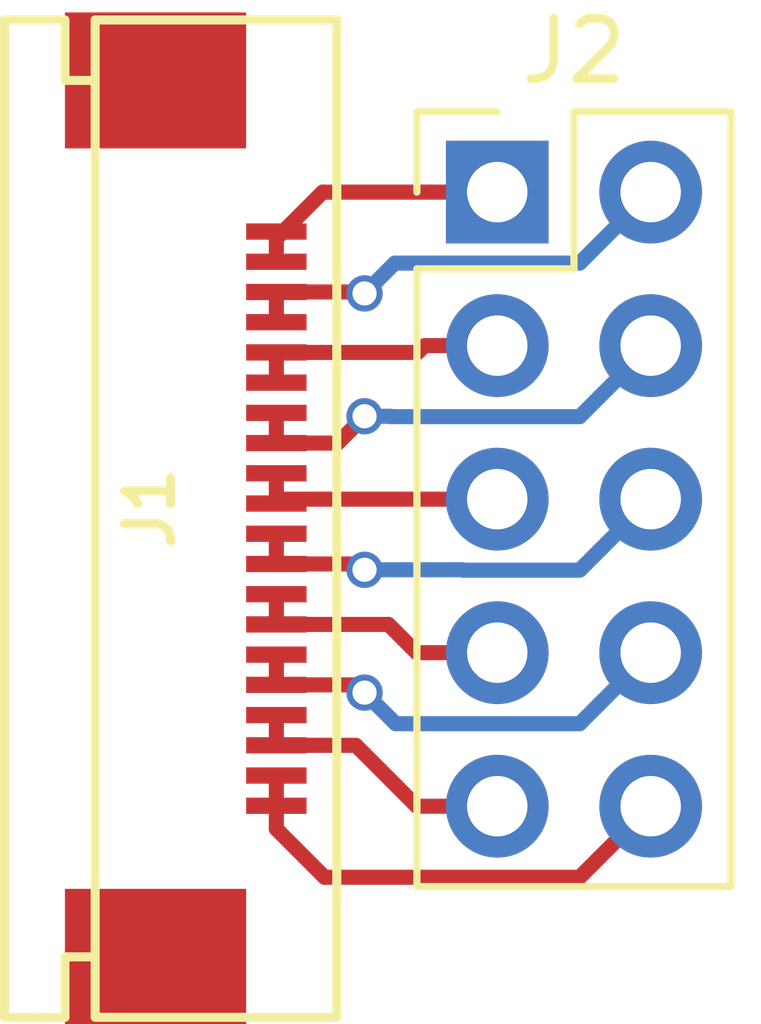
<source format=kicad_pcb>
(kicad_pcb (version 4) (host pcbnew 4.0.7-e2-6376~58~ubuntu16.04.1)

  (general
    (links 20)
    (no_connects 0)
    (area 140.068999 101.6986 154.51872 118.981)
    (thickness 1.6)
    (drawings 0)
    (tracks 60)
    (zones 0)
    (modules 2)
    (nets 11)
  )

  (page A4)
  (layers
    (0 F.Cu signal)
    (31 B.Cu signal)
    (32 B.Adhes user)
    (33 F.Adhes user)
    (34 B.Paste user)
    (35 F.Paste user)
    (36 B.SilkS user)
    (37 F.SilkS user)
    (38 B.Mask user)
    (39 F.Mask user)
    (40 Dwgs.User user)
    (41 Cmts.User user)
    (42 Eco1.User user)
    (43 Eco2.User user)
    (44 Edge.Cuts user)
    (45 Margin user)
    (46 B.CrtYd user)
    (47 F.CrtYd user)
    (48 B.Fab user)
    (49 F.Fab user)
  )

  (setup
    (last_trace_width 0.25)
    (trace_clearance 0.2)
    (zone_clearance 0.508)
    (zone_45_only no)
    (trace_min 0.2)
    (segment_width 0.2)
    (edge_width 0.15)
    (via_size 0.6)
    (via_drill 0.4)
    (via_min_size 0.4)
    (via_min_drill 0.3)
    (uvia_size 0.3)
    (uvia_drill 0.1)
    (uvias_allowed no)
    (uvia_min_size 0.2)
    (uvia_min_drill 0.1)
    (pcb_text_width 0.3)
    (pcb_text_size 1.5 1.5)
    (mod_edge_width 0.15)
    (mod_text_size 1 1)
    (mod_text_width 0.15)
    (pad_size 1.524 1.524)
    (pad_drill 0.762)
    (pad_to_mask_clearance 0.2)
    (aux_axis_origin 0 0)
    (visible_elements FFFFFF7F)
    (pcbplotparams
      (layerselection 0x00030_80000001)
      (usegerberextensions false)
      (excludeedgelayer true)
      (linewidth 0.100000)
      (plotframeref false)
      (viasonmask false)
      (mode 1)
      (useauxorigin false)
      (hpglpennumber 1)
      (hpglpenspeed 20)
      (hpglpendiameter 15)
      (hpglpenoverlay 2)
      (psnegative false)
      (psa4output false)
      (plotreference true)
      (plotvalue true)
      (plotinvisibletext false)
      (padsonsilk false)
      (subtractmaskfromsilk false)
      (outputformat 1)
      (mirror false)
      (drillshape 1)
      (scaleselection 1)
      (outputdirectory ""))
  )

  (net 0 "")
  (net 1 "Net-(J1-Pad1)")
  (net 2 "Net-(J1-Pad3)")
  (net 3 "Net-(J1-Pad5)")
  (net 4 "Net-(J1-Pad7)")
  (net 5 "Net-(J1-Pad10)")
  (net 6 "Net-(J1-Pad11)")
  (net 7 "Net-(J1-Pad13)")
  (net 8 "Net-(J1-Pad15)")
  (net 9 "Net-(J1-Pad17)")
  (net 10 "Net-(J1-Pad19)")

  (net_class Default "This is the default net class."
    (clearance 0.2)
    (trace_width 0.25)
    (via_dia 0.6)
    (via_drill 0.4)
    (uvia_dia 0.3)
    (uvia_drill 0.1)
    (add_net "Net-(J1-Pad1)")
    (add_net "Net-(J1-Pad10)")
    (add_net "Net-(J1-Pad11)")
    (add_net "Net-(J1-Pad13)")
    (add_net "Net-(J1-Pad15)")
    (add_net "Net-(J1-Pad17)")
    (add_net "Net-(J1-Pad19)")
    (add_net "Net-(J1-Pad3)")
    (add_net "Net-(J1-Pad5)")
    (add_net "Net-(J1-Pad7)")
  )

  (module ffc:CLOUKEU_FPC_20POS_0_5MM (layer F.Cu) (tedit 5A302FCC) (tstamp 5A3032BF)
    (at 148.844 105.156 270)
    (descr "MSOP10 20pins pitch 0.5mm")
    (path /5A2D87EA)
    (attr smd)
    (fp_text reference J1 (at 5.08 6.096 270) (layer F.SilkS)
      (effects (font (size 0.762 0.762) (thickness 0.1524)))
    )
    (fp_text value Conn_01x20 (at 4.572 2.032 270) (layer F.SilkS) hide
      (effects (font (size 0.762 0.762) (thickness 0.1524)))
    )
    (fp_line (start -2 7) (end -2 7.5) (layer F.SilkS) (width 0.15))
    (fp_line (start -2 7.5) (end -3 7.5) (layer F.SilkS) (width 0.15))
    (fp_line (start -3 7.5) (end -3 8.5) (layer F.SilkS) (width 0.15))
    (fp_line (start -3 8.5) (end 13.5 8.5) (layer F.SilkS) (width 0.15))
    (fp_line (start 13.5 8.5) (end 13.5 8) (layer F.SilkS) (width 0.15))
    (fp_line (start 13.5 8) (end 13.5 7.5) (layer F.SilkS) (width 0.15))
    (fp_line (start 13.5 7.5) (end 12.5 7.5) (layer F.SilkS) (width 0.15))
    (fp_line (start 12.5 7.5) (end 12.5 7) (layer F.SilkS) (width 0.15))
    (fp_line (start -1.5 3) (end 13.5 3) (layer F.SilkS) (width 0.15))
    (fp_line (start 0.5 3) (end -3 3) (layer F.SilkS) (width 0.15))
    (fp_line (start 13.5 3) (end 13.5 7) (layer F.SilkS) (width 0.15))
    (fp_line (start 13.5 7) (end 10.5 7) (layer F.SilkS) (width 0.15))
    (fp_line (start -3 3) (end -3 7) (layer F.SilkS) (width 0.15))
    (fp_line (start -3 7) (end 10.5 7) (layer F.SilkS) (width 0.15))
    (pad 1 smd rect (at 10 4 90) (size 0.26924 1.00076) (layers F.Cu F.Paste F.Mask)
      (net 1 "Net-(J1-Pad1)"))
    (pad 2 smd rect (at 9.5 4 90) (size 0.26924 1.00076) (layers F.Cu F.Paste F.Mask)
      (net 1 "Net-(J1-Pad1)"))
    (pad 3 smd rect (at 9 4 90) (size 0.26924 1.00076) (layers F.Cu F.Paste F.Mask)
      (net 2 "Net-(J1-Pad3)"))
    (pad 4 smd rect (at 8.5 4 90) (size 0.26924 1.00076) (layers F.Cu F.Paste F.Mask)
      (net 2 "Net-(J1-Pad3)"))
    (pad 5 smd rect (at 8 4 90) (size 0.26924 1.00076) (layers F.Cu F.Paste F.Mask)
      (net 3 "Net-(J1-Pad5)"))
    (pad 6 smd rect (at 7.5 4 90) (size 0.26924 1.00076) (layers F.Cu F.Paste F.Mask)
      (net 3 "Net-(J1-Pad5)"))
    (pad 7 smd rect (at 7 4 90) (size 0.26924 1.00076) (layers F.Cu F.Paste F.Mask)
      (net 4 "Net-(J1-Pad7)"))
    (pad 8 smd rect (at 6.5 4 90) (size 0.26924 1.00076) (layers F.Cu F.Paste F.Mask)
      (net 4 "Net-(J1-Pad7)"))
    (pad 9 smd rect (at 6 4 90) (size 0.26924 1.00076) (layers F.Cu F.Paste F.Mask)
      (net 5 "Net-(J1-Pad10)"))
    (pad 10 smd rect (at 5.5 4 90) (size 0.26924 1.00076) (layers F.Cu F.Paste F.Mask)
      (net 5 "Net-(J1-Pad10)"))
    (pad 11 smd rect (at 5 4 90) (size 0.26924 1.00076) (layers F.Cu F.Paste F.Mask)
      (net 6 "Net-(J1-Pad11)"))
    (pad 12 smd rect (at 4.5 4 90) (size 0.26924 1.00076) (layers F.Cu F.Paste F.Mask)
      (net 6 "Net-(J1-Pad11)"))
    (pad 13 smd rect (at 4 4 90) (size 0.26924 1.00076) (layers F.Cu F.Paste F.Mask)
      (net 7 "Net-(J1-Pad13)"))
    (pad 14 smd rect (at 3.5 4 90) (size 0.26924 1.00076) (layers F.Cu F.Paste F.Mask)
      (net 7 "Net-(J1-Pad13)"))
    (pad 15 smd rect (at 3 4 90) (size 0.26924 1.00076) (layers F.Cu F.Paste F.Mask)
      (net 8 "Net-(J1-Pad15)"))
    (pad 16 smd rect (at 2.5 4 90) (size 0.26924 1.00076) (layers F.Cu F.Paste F.Mask)
      (net 8 "Net-(J1-Pad15)"))
    (pad 17 smd rect (at 2 4 90) (size 0.26924 1.00076) (layers F.Cu F.Paste F.Mask)
      (net 9 "Net-(J1-Pad17)"))
    (pad 18 smd rect (at 1.5 4 90) (size 0.26924 1.00076) (layers F.Cu F.Paste F.Mask)
      (net 9 "Net-(J1-Pad17)"))
    (pad 19 smd rect (at 1 4 90) (size 0.26924 1.00076) (layers F.Cu F.Paste F.Mask)
      (net 10 "Net-(J1-Pad19)"))
    (pad 20 smd rect (at 0.5 4 90) (size 0.26924 1.00076) (layers F.Cu F.Paste F.Mask)
      (net 10 "Net-(J1-Pad19)"))
    (pad M1 smd rect (at -2 6 270) (size 2.25 3) (layers F.Cu F.Paste F.Mask))
    (pad M2 smd rect (at 12.5 6 270) (size 2.25 3) (layers F.Cu F.Paste F.Mask))
    (model smd\MSOP_10.wrl
      (at (xyz 0 0 0))
      (scale (xyz 0.3 0.35 0.3))
      (rotate (xyz 0 0 0))
    )
  )

  (module Pin_Headers:Pin_Header_Straight_2x05_Pitch2.54mm (layer F.Cu) (tedit 5A302FD2) (tstamp 5A3032CD)
    (at 148.5011 105.0036)
    (descr "Through hole straight pin header, 2x05, 2.54mm pitch, double rows")
    (tags "Through hole pin header THT 2x05 2.54mm double row")
    (path /5A2D884F)
    (fp_text reference J2 (at 1.27 -2.33) (layer F.SilkS)
      (effects (font (size 1 1) (thickness 0.15)))
    )
    (fp_text value Conn_01x10 (at 1.27 12.49) (layer F.Fab) hide
      (effects (font (size 1 1) (thickness 0.15)))
    )
    (fp_line (start 0 -1.27) (end 3.81 -1.27) (layer F.Fab) (width 0.1))
    (fp_line (start 3.81 -1.27) (end 3.81 11.43) (layer F.Fab) (width 0.1))
    (fp_line (start 3.81 11.43) (end -1.27 11.43) (layer F.Fab) (width 0.1))
    (fp_line (start -1.27 11.43) (end -1.27 0) (layer F.Fab) (width 0.1))
    (fp_line (start -1.27 0) (end 0 -1.27) (layer F.Fab) (width 0.1))
    (fp_line (start -1.33 11.49) (end 3.87 11.49) (layer F.SilkS) (width 0.12))
    (fp_line (start -1.33 1.27) (end -1.33 11.49) (layer F.SilkS) (width 0.12))
    (fp_line (start 3.87 -1.33) (end 3.87 11.49) (layer F.SilkS) (width 0.12))
    (fp_line (start -1.33 1.27) (end 1.27 1.27) (layer F.SilkS) (width 0.12))
    (fp_line (start 1.27 1.27) (end 1.27 -1.33) (layer F.SilkS) (width 0.12))
    (fp_line (start 1.27 -1.33) (end 3.87 -1.33) (layer F.SilkS) (width 0.12))
    (fp_line (start -1.33 0) (end -1.33 -1.33) (layer F.SilkS) (width 0.12))
    (fp_line (start -1.33 -1.33) (end 0 -1.33) (layer F.SilkS) (width 0.12))
    (fp_line (start -1.8 -1.8) (end -1.8 11.95) (layer F.CrtYd) (width 0.05))
    (fp_line (start -1.8 11.95) (end 4.35 11.95) (layer F.CrtYd) (width 0.05))
    (fp_line (start 4.35 11.95) (end 4.35 -1.8) (layer F.CrtYd) (width 0.05))
    (fp_line (start 4.35 -1.8) (end -1.8 -1.8) (layer F.CrtYd) (width 0.05))
    (fp_text user %R (at 1.27 5.08 90) (layer F.Fab)
      (effects (font (size 1 1) (thickness 0.15)))
    )
    (pad 1 thru_hole rect (at 0 0) (size 1.7 1.7) (drill 1) (layers *.Cu *.Mask)
      (net 10 "Net-(J1-Pad19)"))
    (pad 2 thru_hole oval (at 2.54 0) (size 1.7 1.7) (drill 1) (layers *.Cu *.Mask)
      (net 9 "Net-(J1-Pad17)"))
    (pad 3 thru_hole oval (at 0 2.54) (size 1.7 1.7) (drill 1) (layers *.Cu *.Mask)
      (net 8 "Net-(J1-Pad15)"))
    (pad 4 thru_hole oval (at 2.54 2.54) (size 1.7 1.7) (drill 1) (layers *.Cu *.Mask)
      (net 7 "Net-(J1-Pad13)"))
    (pad 5 thru_hole oval (at 0 5.08) (size 1.7 1.7) (drill 1) (layers *.Cu *.Mask)
      (net 6 "Net-(J1-Pad11)"))
    (pad 6 thru_hole oval (at 2.54 5.08) (size 1.7 1.7) (drill 1) (layers *.Cu *.Mask)
      (net 5 "Net-(J1-Pad10)"))
    (pad 7 thru_hole oval (at 0 7.62) (size 1.7 1.7) (drill 1) (layers *.Cu *.Mask)
      (net 4 "Net-(J1-Pad7)"))
    (pad 8 thru_hole oval (at 2.54 7.62) (size 1.7 1.7) (drill 1) (layers *.Cu *.Mask)
      (net 3 "Net-(J1-Pad5)"))
    (pad 9 thru_hole oval (at 0 10.16) (size 1.7 1.7) (drill 1) (layers *.Cu *.Mask)
      (net 2 "Net-(J1-Pad3)"))
    (pad 10 thru_hole oval (at 2.54 10.16) (size 1.7 1.7) (drill 1) (layers *.Cu *.Mask)
      (net 1 "Net-(J1-Pad1)"))
    (model ${KISYS3DMOD}/Pin_Headers.3dshapes/Pin_Header_Straight_2x05_Pitch2.54mm.wrl
      (at (xyz 0 0 0))
      (scale (xyz 1 1 1))
      (rotate (xyz 0 0 0))
    )
  )

  (segment (start 144.844 115.156) (end 144.844 115.54062) (width 0.25) (layer F.Cu) (net 1))
  (segment (start 144.844 115.54062) (end 145.641981 116.338601) (width 0.25) (layer F.Cu) (net 1))
  (segment (start 145.641981 116.338601) (end 149.866099 116.338601) (width 0.25) (layer F.Cu) (net 1))
  (segment (start 150.191101 116.013599) (end 151.0411 115.1636) (width 0.25) (layer F.Cu) (net 1))
  (segment (start 149.866099 116.338601) (end 150.191101 116.013599) (width 0.25) (layer F.Cu) (net 1))
  (segment (start 144.844 114.656) (end 144.844 115.156) (width 0.25) (layer F.Cu) (net 1))
  (segment (start 144.844 113.656) (end 144.844 114.156) (width 0.25) (layer F.Cu) (net 2))
  (segment (start 147.1676 115.1636) (end 146.16 114.156) (width 0.25) (layer F.Cu) (net 2))
  (segment (start 146.16 114.156) (end 144.844 114.156) (width 0.25) (layer F.Cu) (net 2))
  (segment (start 148.5011 115.1636) (end 147.1676 115.1636) (width 0.25) (layer F.Cu) (net 2))
  (segment (start 146.304 113.284) (end 146.818601 113.798601) (width 0.25) (layer B.Cu) (net 3))
  (segment (start 149.866099 113.798601) (end 150.191101 113.473599) (width 0.25) (layer B.Cu) (net 3))
  (segment (start 146.818601 113.798601) (end 149.866099 113.798601) (width 0.25) (layer B.Cu) (net 3))
  (segment (start 150.191101 113.473599) (end 151.0411 112.6236) (width 0.25) (layer B.Cu) (net 3))
  (segment (start 144.844 113.156) (end 146.176 113.156) (width 0.25) (layer F.Cu) (net 3))
  (segment (start 146.176 113.156) (end 146.304 113.284) (width 0.25) (layer F.Cu) (net 3))
  (via (at 146.304 113.284) (size 0.6) (drill 0.4) (layers F.Cu B.Cu) (net 3))
  (segment (start 144.844 112.656) (end 144.844 113.156) (width 0.25) (layer F.Cu) (net 3))
  (segment (start 144.844 111.656) (end 144.844 112.156) (width 0.25) (layer F.Cu) (net 4))
  (segment (start 147.1676 112.6236) (end 146.7 112.156) (width 0.25) (layer F.Cu) (net 4))
  (segment (start 146.7 112.156) (end 144.844 112.156) (width 0.25) (layer F.Cu) (net 4))
  (segment (start 148.5011 112.6236) (end 147.1676 112.6236) (width 0.25) (layer F.Cu) (net 4))
  (segment (start 146.304 111.252) (end 147.930498 111.252) (width 0.25) (layer B.Cu) (net 5))
  (segment (start 147.930498 111.252) (end 147.937099 111.258601) (width 0.25) (layer B.Cu) (net 5))
  (segment (start 147.937099 111.258601) (end 149.866099 111.258601) (width 0.25) (layer B.Cu) (net 5))
  (segment (start 149.866099 111.258601) (end 150.191101 110.933599) (width 0.25) (layer B.Cu) (net 5))
  (segment (start 150.191101 110.933599) (end 151.0411 110.0836) (width 0.25) (layer B.Cu) (net 5))
  (segment (start 144.844 111.156) (end 146.208 111.156) (width 0.25) (layer F.Cu) (net 5))
  (segment (start 146.208 111.156) (end 146.304 111.252) (width 0.25) (layer F.Cu) (net 5))
  (via (at 146.304 111.252) (size 0.6) (drill 0.4) (layers F.Cu B.Cu) (net 5))
  (segment (start 144.844 110.656) (end 144.844 111.156) (width 0.25) (layer F.Cu) (net 5))
  (segment (start 144.844 109.656) (end 144.844 110.156) (width 0.25) (layer F.Cu) (net 6))
  (segment (start 148.5011 110.0836) (end 144.9164 110.0836) (width 0.25) (layer F.Cu) (net 6))
  (segment (start 144.9164 110.0836) (end 144.844 110.156) (width 0.25) (layer F.Cu) (net 6))
  (segment (start 146.304 108.712) (end 146.728264 108.712) (width 0.25) (layer B.Cu) (net 7))
  (segment (start 146.728264 108.712) (end 146.734865 108.718601) (width 0.25) (layer B.Cu) (net 7))
  (segment (start 146.734865 108.718601) (end 149.866099 108.718601) (width 0.25) (layer B.Cu) (net 7))
  (segment (start 150.191101 108.393599) (end 151.0411 107.5436) (width 0.25) (layer B.Cu) (net 7))
  (segment (start 149.866099 108.718601) (end 150.191101 108.393599) (width 0.25) (layer B.Cu) (net 7))
  (segment (start 144.844 109.156) (end 145.86 109.156) (width 0.25) (layer F.Cu) (net 7))
  (segment (start 145.86 109.156) (end 146.304 108.712) (width 0.25) (layer F.Cu) (net 7))
  (via (at 146.304 108.712) (size 0.6) (drill 0.4) (layers F.Cu B.Cu) (net 7))
  (segment (start 144.844 108.656) (end 144.844 109.156) (width 0.25) (layer F.Cu) (net 7))
  (segment (start 144.844 108.156) (end 144.844 107.656) (width 0.25) (layer F.Cu) (net 8))
  (segment (start 148.5011 107.5436) (end 147.299019 107.5436) (width 0.25) (layer F.Cu) (net 8))
  (segment (start 147.299019 107.5436) (end 147.186619 107.656) (width 0.25) (layer F.Cu) (net 8))
  (segment (start 147.186619 107.656) (end 145.59438 107.656) (width 0.25) (layer F.Cu) (net 8))
  (segment (start 145.59438 107.656) (end 144.844 107.656) (width 0.25) (layer F.Cu) (net 8))
  (segment (start 146.304 106.68) (end 146.805399 106.178601) (width 0.25) (layer B.Cu) (net 9))
  (segment (start 146.805399 106.178601) (end 149.866099 106.178601) (width 0.25) (layer B.Cu) (net 9))
  (segment (start 149.866099 106.178601) (end 150.191101 105.853599) (width 0.25) (layer B.Cu) (net 9))
  (segment (start 150.191101 105.853599) (end 151.0411 105.0036) (width 0.25) (layer B.Cu) (net 9))
  (segment (start 144.844 106.656) (end 146.28 106.656) (width 0.25) (layer F.Cu) (net 9))
  (segment (start 146.28 106.656) (end 146.304 106.68) (width 0.25) (layer F.Cu) (net 9))
  (via (at 146.304 106.68) (size 0.6) (drill 0.4) (layers F.Cu B.Cu) (net 9))
  (segment (start 144.844 107.156) (end 144.844 106.656) (width 0.25) (layer F.Cu) (net 9))
  (segment (start 144.844 106.156) (end 144.844 105.77138) (width 0.25) (layer F.Cu) (net 10))
  (segment (start 144.844 105.77138) (end 145.61178 105.0036) (width 0.25) (layer F.Cu) (net 10))
  (segment (start 145.61178 105.0036) (end 147.4011 105.0036) (width 0.25) (layer F.Cu) (net 10))
  (segment (start 147.4011 105.0036) (end 148.5011 105.0036) (width 0.25) (layer F.Cu) (net 10))

)

</source>
